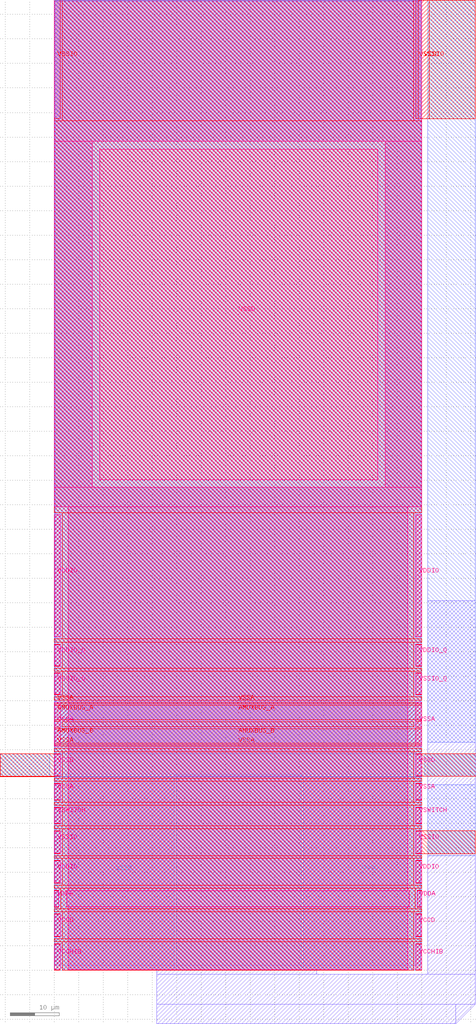
<source format=lef>
VERSION 5.7 ;
  NOWIREEXTENSIONATPIN ON ;
  DIVIDERCHAR "/" ;
  BUSBITCHARS "[]" ;
MACRO sky130_ef_io__vssd_lvc_clamped_pad
  CLASS PAD POWER ;
  FOREIGN sky130_ef_io__vssd_lvc_clamped_pad ;
  ORIGIN 0.000 0.000 ;
  SIZE 75.000 BY 197.965 ;
  PIN AMUXBUS_A
    DIRECTION INOUT ;
    USE SIGNAL ;
    PORT
      LAYER met4 ;
        RECT 0.000 51.090 75.000 54.070 ;
    END
    PORT
      LAYER met4 ;
        RECT 0.000 51.090 1.270 54.070 ;
    END
  END AMUXBUS_A
  PIN AMUXBUS_B
    DIRECTION INOUT ;
    USE SIGNAL ;
    PORT
      LAYER met4 ;
        RECT 0.000 46.330 75.000 49.310 ;
    END
    PORT
      LAYER met4 ;
        RECT 0.000 46.330 1.270 49.310 ;
    END
  END AMUXBUS_B
  PIN VSSA
    DIRECTION INOUT ;
    USE GROUND ;
    PORT
      LAYER met5 ;
        RECT 73.730 45.700 75.000 54.700 ;
    END
    PORT
      LAYER met5 ;
        RECT 73.730 34.805 75.000 38.050 ;
    END
    PORT
      LAYER met5 ;
        RECT 0.000 45.700 1.270 54.700 ;
    END
    PORT
      LAYER met5 ;
        RECT 0.000 34.805 1.270 38.050 ;
    END
    PORT
      LAYER met4 ;
        RECT 73.730 49.610 75.000 50.790 ;
    END
    PORT
      LAYER met4 ;
        RECT 0.000 54.370 75.000 54.700 ;
    END
    PORT
      LAYER met4 ;
        RECT 0.000 45.700 75.000 46.030 ;
    END
    PORT
      LAYER met4 ;
        RECT 73.730 34.700 75.000 38.150 ;
    END
    PORT
      LAYER met4 ;
        RECT 0.000 45.700 1.270 46.030 ;
    END
    PORT
      LAYER met4 ;
        RECT 0.000 49.610 1.270 50.790 ;
    END
    PORT
      LAYER met4 ;
        RECT 0.000 54.370 1.270 54.700 ;
    END
    PORT
      LAYER met4 ;
        RECT 0.000 34.700 1.270 38.150 ;
    END
  END VSSA
  PIN VDDA
    DIRECTION INOUT ;
    USE POWER ;
    PORT
      LAYER met5 ;
        RECT 74.035 13.000 75.000 16.250 ;
    END
    PORT
      LAYER met5 ;
        RECT 0.000 13.000 0.965 16.250 ;
    END
    PORT
      LAYER met4 ;
        RECT 74.035 12.900 75.000 16.350 ;
    END
    PORT
      LAYER met4 ;
        RECT 0.000 12.900 0.965 16.350 ;
    END
  END VDDA
  PIN VSWITCH
    DIRECTION INOUT ;
    USE POWER ;
    PORT
      LAYER met5 ;
        RECT 73.730 29.950 75.000 33.200 ;
    END
    PORT
      LAYER met5 ;
        RECT 0.000 29.950 1.270 33.200 ;
    END
    PORT
      LAYER met4 ;
        RECT 73.730 29.850 75.000 33.300 ;
    END
    PORT
      LAYER met4 ;
        RECT 0.000 29.850 1.270 33.300 ;
    END
  END VSWITCH
  PIN VDDIO_Q
    DIRECTION INOUT ;
    USE POWER ;
    PORT
      LAYER met5 ;
        RECT 73.730 62.150 75.000 66.400 ;
    END
    PORT
      LAYER met5 ;
        RECT 0.000 62.150 1.270 66.400 ;
    END
    PORT
      LAYER met4 ;
        RECT 73.730 62.050 75.000 66.500 ;
    END
    PORT
      LAYER met4 ;
        RECT 0.000 62.050 1.270 66.500 ;
    END
  END VDDIO_Q
  PIN VCCHIB
    DIRECTION INOUT ;
    USE POWER ;
    PORT
      LAYER met5 ;
        RECT 73.730 0.100 75.000 5.350 ;
    END
    PORT
      LAYER met5 ;
        RECT 0.000 0.100 1.270 5.350 ;
    END
    PORT
      LAYER met4 ;
        RECT 73.730 0.000 75.000 5.450 ;
    END
    PORT
      LAYER met4 ;
        RECT 0.000 0.000 1.270 5.450 ;
    END
  END VCCHIB
  PIN VDDIO
    DIRECTION INOUT ;
    USE POWER ;
    PORT
      LAYER met5 ;
        RECT 73.730 68.000 75.000 92.950 ;
    END
    PORT
      LAYER met5 ;
        RECT 73.730 17.850 75.000 22.300 ;
    END
    PORT
      LAYER met5 ;
        RECT 0.000 68.000 1.270 92.950 ;
    END
    PORT
      LAYER met5 ;
        RECT 0.000 17.850 1.270 22.300 ;
    END
    PORT
      LAYER met4 ;
        RECT 73.730 17.750 75.000 22.400 ;
    END
    PORT
      LAYER met4 ;
        RECT 73.730 68.000 75.000 92.965 ;
    END
    PORT
      LAYER met4 ;
        RECT 0.000 17.750 1.270 22.400 ;
    END
    PORT
      LAYER met4 ;
        RECT 0.000 68.000 1.270 92.965 ;
    END
  END VDDIO
  PIN VCCD
    DIRECTION INOUT ;
    USE POWER ;
    PORT
      LAYER met5 ;
        RECT 73.730 6.950 75.000 11.400 ;
    END
    PORT
      LAYER met5 ;
        RECT 0.000 6.950 1.270 11.400 ;
    END
    PORT
      LAYER met4 ;
        RECT 73.730 6.850 75.000 11.500 ;
    END
    PORT
      LAYER met4 ;
        RECT 0.000 6.850 1.270 11.500 ;
    END
  END VCCD
  PIN VSSIO
    DIRECTION INOUT ;
    USE GROUND ;
    PORT
      LAYER met4 ;
        RECT 74.225 173.750 76.470 197.930 ;
    END
    PORT
      LAYER met4 ;
        RECT 0.000 173.750 1.205 197.965 ;
    END
    PORT
      LAYER met5 ;
        RECT 73.730 23.900 75.000 28.350 ;
    END
    PORT
      LAYER met5 ;
        RECT 0.000 23.900 1.270 28.350 ;
    END
    PORT
      LAYER met4 ;
        RECT 73.730 23.800 75.000 28.450 ;
    END
    PORT
      LAYER met4 ;
        RECT 73.730 173.750 75.000 197.965 ;
    END
    PORT
      LAYER met4 ;
        RECT 0.000 173.750 1.270 197.965 ;
    END
    PORT
      LAYER met4 ;
        RECT 0.000 23.800 1.270 28.450 ;
    END
  END VSSIO
  PIN VSSD
    DIRECTION INOUT ;
    USE GROUND ;
    PORT
      LAYER met5 ;
        RECT 9.315 100.105 65.955 167.535 ;
    END
    PORT
      LAYER met3 ;
        RECT 50.755 -0.035 74.700 39.565 ;
    END
    PORT
      LAYER met3 ;
        RECT 0.500 -0.035 24.500 39.565 ;
    END
    PORT
      LAYER met5 ;
        RECT 73.730 39.650 75.000 44.100 ;
    END
    PORT
      LAYER met5 ;
        RECT 0.000 39.650 1.270 44.100 ;
    END
    PORT
      LAYER met4 ;
        RECT 73.730 39.550 75.000 44.200 ;
    END
    PORT
      LAYER met4 ;
        RECT 0.000 39.550 1.270 44.200 ;
    END
  END VSSD
  PIN VSSIO_Q
    DIRECTION INOUT ;
    USE GROUND ;
    PORT
      LAYER met5 ;
        RECT 73.730 56.300 75.000 60.550 ;
    END
    PORT
      LAYER met5 ;
        RECT 0.000 56.300 1.270 60.550 ;
    END
    PORT
      LAYER met4 ;
        RECT 73.730 56.200 75.000 60.650 ;
    END
    PORT
      LAYER met4 ;
        RECT 0.000 56.200 1.270 60.650 ;
    END
  END VSSIO_Q
  OBS
      LAYER li1 ;
        RECT 0.240 0.985 74.755 197.745 ;
      LAYER met1 ;
        RECT 0.120 0.000 75.000 197.805 ;
        RECT 16.655 -0.035 56.565 0.000 ;
        RECT 20.925 -0.815 53.535 -0.035 ;
        RECT 76.200 -0.815 85.935 75.350 ;
        RECT 20.925 -6.920 85.935 -0.815 ;
        RECT 20.925 -10.920 81.935 -6.920 ;
        POLYGON 81.935 -6.920 85.935 -6.920 81.935 -10.920 ;
      LAYER met2 ;
        RECT 0.000 44.200 75.000 197.930 ;
        RECT 76.200 46.560 85.935 197.930 ;
        RECT 0.000 44.165 86.140 44.200 ;
        RECT -10.975 39.550 86.140 44.165 ;
        RECT -10.975 39.515 75.000 39.550 ;
        RECT 0.000 0.000 75.000 39.515 ;
        RECT 76.200 23.390 85.935 37.800 ;
        RECT 0.500 -0.035 20.495 0.000 ;
        RECT 20.925 -0.035 53.535 0.000 ;
        RECT 54.095 -0.035 74.700 0.000 ;
      LAYER met3 ;
        RECT -10.975 39.515 -0.895 44.165 ;
        RECT 0.000 39.965 75.000 197.930 ;
        RECT 76.200 173.715 85.935 197.930 ;
        RECT 0.000 0.000 0.100 39.965 ;
        RECT 24.900 0.000 50.355 39.965 ;
        RECT 75.605 39.550 86.140 44.200 ;
        RECT 76.200 23.765 85.935 28.415 ;
        RECT 26.000 -0.035 36.880 0.000 ;
        RECT 38.380 -0.035 49.255 0.000 ;
      LAYER met4 ;
        RECT 1.670 173.350 73.330 197.965 ;
        RECT 76.470 173.750 85.935 197.930 ;
        RECT 74.785 173.715 85.935 173.750 ;
        RECT 0.000 93.365 75.000 173.350 ;
        RECT 1.670 67.600 73.330 93.365 ;
        RECT 0.000 66.900 75.000 67.600 ;
        RECT 1.670 61.650 73.330 66.900 ;
        RECT 0.000 61.050 75.000 61.650 ;
        RECT 1.670 55.800 73.330 61.050 ;
        RECT 0.000 55.100 75.000 55.800 ;
        RECT 1.670 49.710 73.330 50.690 ;
        RECT 0.000 44.600 75.000 45.300 ;
        RECT -10.975 39.550 0.000 44.165 ;
        RECT -10.975 39.515 0.070 39.550 ;
        RECT 1.670 39.150 73.330 44.600 ;
        RECT 75.000 39.550 86.140 44.200 ;
        RECT 0.000 38.550 75.000 39.150 ;
        RECT 1.670 34.300 73.330 38.550 ;
        RECT 0.000 33.700 75.000 34.300 ;
        RECT 1.670 29.450 73.330 33.700 ;
        RECT 0.000 28.850 75.000 29.450 ;
        RECT 1.670 23.400 73.330 28.850 ;
        RECT 75.000 23.800 85.935 28.415 ;
        RECT 74.935 23.765 85.935 23.800 ;
        RECT 0.000 22.800 75.000 23.400 ;
        RECT 1.670 17.350 73.330 22.800 ;
        RECT 0.000 16.750 75.000 17.350 ;
        RECT 1.365 12.500 73.635 16.750 ;
        RECT 0.000 11.900 75.000 12.500 ;
        RECT 1.670 6.450 73.330 11.900 ;
        RECT 0.000 5.850 75.000 6.450 ;
        RECT 1.670 0.000 73.330 5.850 ;
      LAYER met5 ;
        RECT 0.000 169.135 75.000 197.965 ;
        RECT 0.000 98.505 7.715 169.135 ;
        RECT 67.555 98.505 75.000 169.135 ;
        RECT 0.000 94.550 75.000 98.505 ;
        RECT 2.870 16.250 72.130 94.550 ;
        RECT 2.565 13.000 72.435 16.250 ;
        RECT 2.870 0.100 72.130 13.000 ;
  END
END sky130_ef_io__vssd_lvc_clamped_pad
END LIBRARY


</source>
